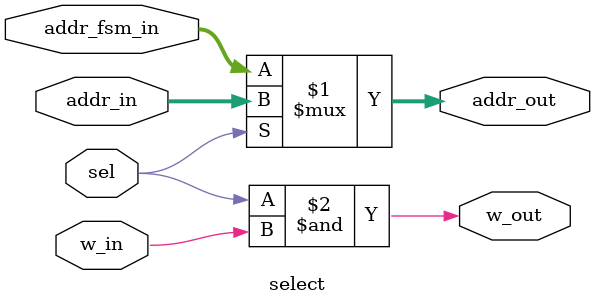
<source format=v>
`define M     593         // M is the degree of the irreducible polynomial
`define WIDTH (2*`M-1)    // width for a GF(3^M) element
`define WIDTH_D0 1187
`define M     593         // M is the degree of the irreducible polynomial
`define WIDTH (2*`M-1)    // width for a GF(3^M) element
`define WIDTH_D0 1187
`define M     593         // M is the degree of the irreducible polynomial
`define WIDTH (2*`M-1)    // width for a GF(3^M) element
`define WIDTH_D0 1187
`define M     593         // M is the degree of the irreducible polynomial
`define WIDTH (2*`M-1)    // width for a GF(3^M) element
`define WIDTH_D0 1187
`define M     593         // M is the degree of the irreducible polynomial
`define WIDTH (2*`M-1)    // width for a GF(3^M) element
`define WIDTH_D0 1187

module select(sel, addr_in, addr_fsm_in, w_in, addr_out, w_out);
    input sel;
    input [5:0] addr_in;
    input [5:0] addr_fsm_in;
    input w_in;
    output [5:0] addr_out;
    output w_out;
    
    assign addr_out = sel ? addr_in : addr_fsm_in;
    assign w_out = sel & w_in;
endmodule

</source>
